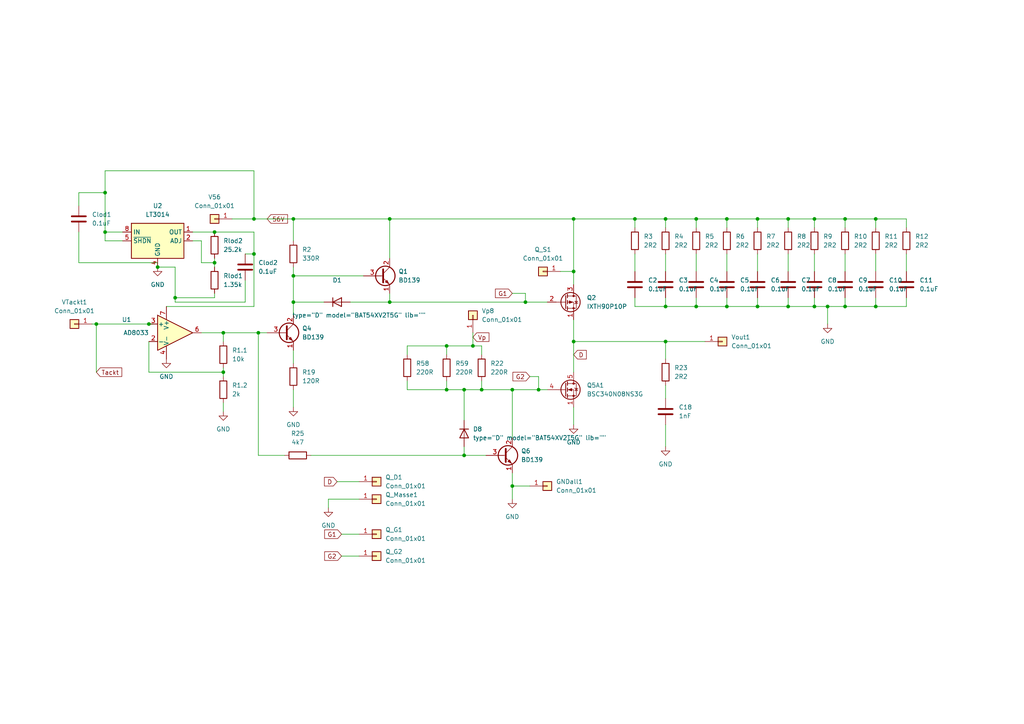
<source format=kicad_sch>
(kicad_sch (version 20230121) (generator eeschema)
  (paper "A4")
  (lib_symbols
    (symbol "Amplifier_Operational:AD8001AR" (pin_names (offset 0.127))
      (property "Reference" "U" (at 0 6.35 0))
      (property "Value" "AD8001AR" (at 0 3.81 0))
      (symbol "AD8001AR_0_1"
        (polyline (pts (xy -5.08 5.08) (xy 5.08 0) (xy -5.08 -5.08) (xy -5.08 5.08)) (stroke (width 0.254)) (fill (type background)))
      )
      (symbol "AD8001AR_1_1"
        (pin no_connect line (at -2.54 2.54 270) (length 2.54) hide (name "NC") (number "1"))
        (pin input line (at -7.62 -2.54 0) (length 2.54) (name "-") (number "2"))
        (pin input line (at -7.62 2.54 0) (length 2.54) (name "+") (number "3"))
        (pin power_in line (at -2.54 -7.62 90) (length 3.81) (name "V-") (number "4"))
        (pin no_connect line (at 0 2.54 270) (length 2.54) hide (name "NC") (number "5"))
        (pin output line (at 7.62 0 180) (length 2.54) (name "~") (number "6"))
        (pin power_in line (at -2.54 7.62 270) (length 3.81) (name "V+") (number "7"))
        (pin no_connect line (at 0 -2.54 90) (length 2.54) hide (name "NC") (number "8"))
      )
    )
    (symbol "Connector_Generic:Conn_01x01" (pin_names (offset 1.016) hide)
      (property "Reference" "J" (at 0 2.54 0))
      (property "Value" "Conn_01x01" (at 0 -2.54 0))
      (symbol "Conn_01x01_1_1"
        (rectangle (start -1.27 0.127) (end 0 -0.127) (stroke (width 0.1524)))
        (rectangle (start -1.27 1.27) (end 1.27 -1.27) (stroke (width 0.254)) (fill (type background)))
        (pin passive line (at -5.08 0 0) (length 3.81) (name "Pin_1") (number "1"))
      )
    )
    (symbol "Device:C" (pin_numbers hide) (pin_names (offset 0.254))
      (property "Reference" "C" (at 0.635 2.54 0))
      (property "Value" "C" (at 0.635 -2.54 0))
      (symbol "C_0_1"
        (polyline (pts (xy -2.032 -0.762) (xy 2.032 -0.762)) (stroke (width 0.508)))
        (polyline (pts (xy -2.032 0.762) (xy 2.032 0.762)) (stroke (width 0.508)))
      )
      (symbol "C_1_1"
        (pin passive line (at 0 3.81 270) (length 2.794) (name "~") (number "1"))
        (pin passive line (at 0 -3.81 90) (length 2.794) (name "~") (number "2"))
      )
    )
    (symbol "Device:Q_PMOS_SGD" (pin_names (offset 0) hide)
      (property "Reference" "Q" (at 5.08 1.27 0))
      (property "Value" "Q_PMOS_SGD" (at 5.08 -1.27 0))
      (symbol "Q_PMOS_SGD_0_1"
        (polyline (pts (xy 0.254 0) (xy -2.54 0)))
        (polyline (pts (xy 0.254 1.905) (xy 0.254 -1.905)) (stroke (width 0.254)))
        (polyline (pts (xy 0.762 -1.27) (xy 0.762 -2.286)) (stroke (width 0.254)))
        (polyline (pts (xy 0.762 0.508) (xy 0.762 -0.508)) (stroke (width 0.254)))
        (polyline (pts (xy 0.762 2.286) (xy 0.762 1.27)) (stroke (width 0.254)))
        (polyline (pts (xy 2.54 2.54) (xy 2.54 1.778)))
        (polyline (pts (xy 2.54 -2.54) (xy 2.54 0) (xy 0.762 0)))
        (polyline (pts (xy 0.762 1.778) (xy 3.302 1.778) (xy 3.302 -1.778) (xy 0.762 -1.778)))
        (polyline (pts (xy 2.286 0) (xy 1.27 0.381) (xy 1.27 -0.381) (xy 2.286 0)) (fill (type outline)))
        (polyline (pts (xy 2.794 -0.508) (xy 2.921 -0.381) (xy 3.683 -0.381) (xy 3.81 -0.254)))
        (polyline (pts (xy 3.302 -0.381) (xy 2.921 0.254) (xy 3.683 0.254) (xy 3.302 -0.381)))
        (circle (center 1.651 0) (radius 2.794) (stroke (width 0.254)))
        (circle (center 2.54 -1.778) (radius 0.254) (fill (type outline)))
        (circle (center 2.54 1.778) (radius 0.254) (fill (type outline)))
      )
      (symbol "Q_PMOS_SGD_1_1"
        (pin passive line (at 2.54 -5.08 90) (length 2.54) (name "S") (number "1"))
        (pin input line (at -5.08 0 0) (length 2.54) (name "G") (number "2"))
        (pin passive line (at 2.54 5.08 270) (length 2.54) (name "D") (number "3"))
      )
    )
    (symbol "Device:R" (pin_numbers hide) (pin_names (offset 0))
      (property "Reference" "R" (at 2.032 0 90))
      (property "Value" "R" (at 0 0 90))
      (symbol "R_0_1"
        (rectangle (start -1.016 -2.54) (end 1.016 2.54) (stroke (width 0.254)))
      )
      (symbol "R_1_1"
        (pin passive line (at 0 3.81 270) (length 1.27) (name "~") (number "1"))
        (pin passive line (at 0 -3.81 90) (length 1.27) (name "~") (number "2"))
      )
    )
    (symbol "Regulator_Linear:LT3010"
      (property "Reference" "U" (at -6.35 6.35 0))
      (property "Value" "LT3010" (at 0 6.35 0))
      (symbol "LT3010_0_1"
        (rectangle (start -7.62 5.08) (end 7.62 -5.08) (stroke (width 0.254)) (fill (type background)))
      )
      (symbol "LT3010_1_1"
        (pin power_out line (at 10.16 2.54 180) (length 2.54) (name "OUT") (number "1"))
        (pin input line (at 10.16 0 180) (length 2.54) (name "ADJ") (number "2"))
        (pin no_connect line (at -7.62 -2.54 0) (length 2.54) hide (name "NC") (number "3"))
        (pin power_in line (at 0 -7.62 90) (length 2.54) (name "GND") (number "4"))
        (pin input line (at -10.16 0 0) (length 2.54) (name "~{SHDN}") (number "5"))
        (pin no_connect line (at 7.62 -2.54 180) (length 2.54) hide (name "NC") (number "6"))
        (pin no_connect line (at 2.54 -5.08 90) (length 2.54) hide (name "NC") (number "7"))
        (pin power_in line (at -10.16 2.54 0) (length 2.54) (name "IN") (number "8"))
        (pin passive line (at 0 -7.62 90) (length 2.54) hide (name "GND") (number "9"))
      )
    )
    (symbol "Simulation_SPICE:DIODE" (pin_numbers hide) (pin_names (offset 1.016) hide)
      (property "Reference" "D" (at 0 2.54 0))
      (property "Value" "DIODE" (at 0 -2.54 0))
      (symbol "DIODE_0_1"
        (polyline (pts (xy 1.27 0) (xy -1.27 0)))
        (polyline (pts (xy 1.27 1.27) (xy 1.27 -1.27)) (stroke (width 0.254)))
        (polyline (pts (xy -1.27 -1.27) (xy -1.27 1.27) (xy 1.27 0) (xy -1.27 -1.27)) (stroke (width 0.254)))
      )
      (symbol "DIODE_1_1"
        (pin passive line (at -3.81 0 0) (length 2.54) (name "A") (number "1"))
        (pin passive line (at 3.81 0 180) (length 2.54) (name "K") (number "2"))
      )
    )
    (symbol "Transistor_BJT:BD139" (pin_names (offset 0) hide)
      (property "Reference" "Q" (at 5.08 1.905 0))
      (property "Value" "BD139" (at 5.08 0 0))
      (symbol "BD139_0_1"
        (polyline (pts (xy 0 0) (xy 0.635 0)))
        (polyline (pts (xy 2.54 -2.54) (xy 0.635 -0.635)))
        (polyline (pts (xy 2.54 2.54) (xy 0.635 0.635)))
        (polyline (pts (xy 0.635 1.905) (xy 0.635 -1.905) (xy 0.635 -1.905)) (stroke (width 0.508)) (fill (type outline)))
        (polyline (pts (xy 1.2446 -1.778) (xy 1.7526 -1.27) (xy 2.286 -2.286) (xy 1.2446 -1.778) (xy 1.2446 -1.778)) (fill (type outline)))
        (circle (center 1.27 0) (radius 2.8194) (stroke (width 0.3048)))
      )
      (symbol "BD139_1_1"
        (pin passive line (at 2.54 -5.08 90) (length 2.54) (name "E") (number "1"))
        (pin passive line (at 2.54 5.08 270) (length 2.54) (name "C") (number "2"))
        (pin input line (at -5.08 0 0) (length 5.08) (name "B") (number "3"))
      )
    )
    (symbol "Transistor_FET:BSC340N08NS3G" (pin_names hide)
      (property "Reference" "Q" (at 5.08 1.905 0))
      (property "Value" "BSC340N08NS3G" (at 5.08 0 0))
      (symbol "BSC340N08NS3G_0_1"
        (polyline (pts (xy 0.254 0) (xy -2.54 0)))
        (polyline (pts (xy 0.254 1.905) (xy 0.254 -1.905)) (stroke (width 0.254)))
        (polyline (pts (xy 0.762 -1.27) (xy 0.762 -2.286)) (stroke (width 0.254)))
        (polyline (pts (xy 0.762 0.508) (xy 0.762 -0.508)) (stroke (width 0.254)))
        (polyline (pts (xy 0.762 2.286) (xy 0.762 1.27)) (stroke (width 0.254)))
        (polyline (pts (xy 2.54 2.54) (xy 2.54 1.778)))
        (polyline (pts (xy 2.54 -2.54) (xy 2.54 0) (xy 0.762 0)))
        (polyline (pts (xy 0.762 -1.778) (xy 3.302 -1.778) (xy 3.302 1.778) (xy 0.762 1.778)))
        (polyline (pts (xy 1.016 0) (xy 2.032 0.381) (xy 2.032 -0.381) (xy 1.016 0)) (fill (type outline)))
        (polyline (pts (xy 2.794 0.508) (xy 2.921 0.381) (xy 3.683 0.381) (xy 3.81 0.254)))
        (polyline (pts (xy 3.302 0.381) (xy 2.921 -0.254) (xy 3.683 -0.254) (xy 3.302 0.381)))
        (circle (center 1.651 0) (radius 2.794) (stroke (width 0.254)))
        (circle (center 2.54 -1.778) (radius 0.254) (fill (type outline)))
        (circle (center 2.54 1.778) (radius 0.254) (fill (type outline)))
      )
      (symbol "BSC340N08NS3G_1_1"
        (pin passive line (at 2.54 -5.08 90) (length 2.54) (name "S") (number "1"))
        (pin passive line (at 2.54 -5.08 90) (length 2.54) hide (name "S") (number "2"))
        (pin passive line (at 2.54 -5.08 90) (length 2.54) hide (name "S") (number "3"))
        (pin passive line (at -5.08 0 0) (length 2.54) (name "G") (number "4"))
        (pin passive line (at 2.54 5.08 270) (length 2.54) (name "D") (number "5"))
      )
    )
    (symbol "power:GND" (power) (pin_names (offset 0))
      (property "Value" "GND" (at 0 -3.81 0))
      (symbol "GND_0_1"
        (polyline (pts (xy 0 0) (xy 0 -1.27) (xy 1.27 -1.27) (xy 0 -2.54) (xy -1.27 -1.27) (xy 0 -1.27)))
      )
      (symbol "GND_1_1"
        (pin power_in line (at 0 0 270) (length 0) hide (name "GND") (number "1"))
      )
    )
  )
  (junction (at 254 88.9))
  (junction (at 219.71 88.9))
  (junction (at 156.21 113.03))
  (junction (at 166.37 63.5))
  (junction (at 148.59 140.97))
  (junction (at 85.09 87.63))
  (junction (at 166.37 78.74))
  (junction (at 64.77 96.52))
  (junction (at 236.22 63.5))
  (junction (at 193.04 88.9))
  (junction (at 134.62 132.08))
  (junction (at 113.03 87.63))
  (junction (at 62.23 76.2))
  (junction (at 228.6 88.9))
  (junction (at 236.22 88.9))
  (junction (at 62.23 67.31))
  (junction (at 27.94 93.98))
  (junction (at 245.11 63.5))
  (junction (at 219.71 63.5))
  (junction (at 73.66 73.66))
  (junction (at 85.09 80.01))
  (junction (at 45.72 77.47))
  (junction (at 201.93 63.5))
  (junction (at 139.7 113.03))
  (junction (at 73.66 63.5))
  (junction (at 30.48 55.88))
  (junction (at 166.37 99.06))
  (junction (at 184.15 63.5))
  (junction (at 193.04 63.5))
  (junction (at 210.82 88.9))
  (junction (at 113.03 63.5))
  (junction (at 148.59 113.03))
  (junction (at 50.8 86.36))
  (junction (at 85.09 63.5))
  (junction (at 245.11 88.9))
  (junction (at 193.04 99.06))
  (junction (at 137.16 100.33))
  (junction (at 254 63.5))
  (junction (at 74.93 96.52))
  (junction (at 201.93 88.9))
  (junction (at 64.77 107.95))
  (junction (at 240.03 88.9))
  (junction (at 129.54 113.03))
  (junction (at 30.48 67.31))
  (junction (at 210.82 63.5))
  (junction (at 152.4 87.63))
  (junction (at 134.62 113.03))
  (junction (at 129.54 100.33))
  (junction (at 43.18 93.98))
  (junction (at 228.6 63.5))
  (wire (pts (xy 71.12 87.63) (xy 50.8 87.63)))
  (wire (pts (xy 148.59 85.09) (xy 152.4 85.09)))
  (wire (pts (xy 85.09 77.47) (xy 85.09 80.01)))
  (wire (pts (xy 22.86 76.2) (xy 45.72 76.2)))
  (wire (pts (xy 62.23 85.09) (xy 62.23 86.36)))
  (wire (pts (xy 85.09 63.5) (xy 85.09 69.85)))
  (wire (pts (xy 201.93 63.5) (xy 193.04 63.5)))
  (wire (pts (xy 134.62 129.54) (xy 134.62 132.08)))
  (wire (pts (xy 113.03 87.63) (xy 152.4 87.63)))
  (wire (pts (xy 113.03 63.5) (xy 113.03 74.93)))
  (wire (pts (xy 22.86 55.88) (xy 30.48 55.88)))
  (wire (pts (xy 228.6 73.66) (xy 228.6 78.74)))
  (wire (pts (xy 156.21 109.22) (xy 156.21 113.03)))
  (wire (pts (xy 71.12 73.66) (xy 73.66 73.66)))
  (wire (pts (xy 236.22 86.36) (xy 236.22 88.9)))
  (wire (pts (xy 262.89 63.5) (xy 254 63.5)))
  (wire (pts (xy 184.15 88.9) (xy 193.04 88.9)))
  (wire (pts (xy 134.62 132.08) (xy 140.97 132.08)))
  (wire (pts (xy 240.03 88.9) (xy 245.11 88.9)))
  (wire (pts (xy 228.6 88.9) (xy 236.22 88.9)))
  (wire (pts (xy 73.66 67.31) (xy 73.66 73.66)))
  (wire (pts (xy 184.15 73.66) (xy 184.15 78.74)))
  (wire (pts (xy 156.21 113.03) (xy 158.75 113.03)))
  (wire (pts (xy 236.22 88.9) (xy 240.03 88.9)))
  (wire (pts (xy 30.48 67.31) (xy 30.48 55.88)))
  (wire (pts (xy 166.37 63.5) (xy 113.03 63.5)))
  (wire (pts (xy 43.18 107.95) (xy 64.77 107.95)))
  (wire (pts (xy 193.04 88.9) (xy 201.93 88.9)))
  (wire (pts (xy 45.72 76.2) (xy 45.72 77.47)))
  (wire (pts (xy 193.04 123.19) (xy 193.04 129.54)))
  (wire (pts (xy 254 88.9) (xy 262.89 88.9)))
  (wire (pts (xy 193.04 104.14) (xy 193.04 99.06)))
  (wire (pts (xy 85.09 87.63) (xy 93.98 87.63)))
  (wire (pts (xy 99.06 154.94) (xy 104.14 154.94)))
  (wire (pts (xy 139.7 100.33) (xy 139.7 102.87)))
  (wire (pts (xy 62.23 67.31) (xy 73.66 67.31)))
  (wire (pts (xy 245.11 86.36) (xy 245.11 88.9)))
  (wire (pts (xy 62.23 76.2) (xy 62.23 77.47)))
  (wire (pts (xy 85.09 63.5) (xy 113.03 63.5)))
  (wire (pts (xy 254 63.5) (xy 254 66.04)))
  (wire (pts (xy 97.79 139.7) (xy 104.14 139.7)))
  (wire (pts (xy 22.86 67.31) (xy 22.86 76.2)))
  (wire (pts (xy 74.93 96.52) (xy 77.47 96.52)))
  (wire (pts (xy 82.55 132.08) (xy 74.93 132.08)))
  (wire (pts (xy 219.71 86.36) (xy 219.71 88.9)))
  (wire (pts (xy 95.25 144.78) (xy 104.14 144.78)))
  (wire (pts (xy 236.22 73.66) (xy 236.22 78.74)))
  (wire (pts (xy 43.18 99.06) (xy 43.18 107.95)))
  (wire (pts (xy 166.37 63.5) (xy 184.15 63.5)))
  (wire (pts (xy 245.11 63.5) (xy 236.22 63.5)))
  (wire (pts (xy 148.59 113.03) (xy 148.59 127)))
  (wire (pts (xy 148.59 137.16) (xy 148.59 140.97)))
  (wire (pts (xy 148.59 140.97) (xy 153.67 140.97)))
  (wire (pts (xy 55.88 69.85) (xy 58.42 69.85)))
  (wire (pts (xy 210.82 63.5) (xy 210.82 66.04)))
  (wire (pts (xy 210.82 88.9) (xy 219.71 88.9)))
  (wire (pts (xy 134.62 113.03) (xy 129.54 113.03)))
  (wire (pts (xy 148.59 140.97) (xy 148.59 144.78)))
  (wire (pts (xy 193.04 63.5) (xy 184.15 63.5)))
  (wire (pts (xy 129.54 110.49) (xy 129.54 113.03)))
  (wire (pts (xy 73.66 73.66) (xy 73.66 88.9)))
  (wire (pts (xy 219.71 88.9) (xy 228.6 88.9)))
  (wire (pts (xy 139.7 113.03) (xy 134.62 113.03)))
  (wire (pts (xy 193.04 73.66) (xy 193.04 78.74)))
  (wire (pts (xy 166.37 99.06) (xy 166.37 107.95)))
  (wire (pts (xy 228.6 86.36) (xy 228.6 88.9)))
  (wire (pts (xy 148.59 113.03) (xy 156.21 113.03)))
  (wire (pts (xy 193.04 63.5) (xy 193.04 66.04)))
  (wire (pts (xy 58.42 69.85) (xy 58.42 76.2)))
  (wire (pts (xy 152.4 85.09) (xy 152.4 87.63)))
  (wire (pts (xy 201.93 86.36) (xy 201.93 88.9)))
  (wire (pts (xy 55.88 67.31) (xy 62.23 67.31)))
  (wire (pts (xy 129.54 100.33) (xy 137.16 100.33)))
  (wire (pts (xy 166.37 63.5) (xy 166.37 78.74)))
  (wire (pts (xy 254 73.66) (xy 254 78.74)))
  (wire (pts (xy 210.82 63.5) (xy 201.93 63.5)))
  (wire (pts (xy 48.26 88.9) (xy 73.66 88.9)))
  (wire (pts (xy 85.09 87.63) (xy 85.09 91.44)))
  (wire (pts (xy 134.62 113.03) (xy 134.62 121.92)))
  (wire (pts (xy 64.77 106.68) (xy 64.77 107.95)))
  (wire (pts (xy 22.86 55.88) (xy 22.86 59.69)))
  (wire (pts (xy 58.42 76.2) (xy 62.23 76.2)))
  (wire (pts (xy 201.93 88.9) (xy 210.82 88.9)))
  (wire (pts (xy 245.11 88.9) (xy 254 88.9)))
  (wire (pts (xy 27.94 93.98) (xy 43.18 93.98)))
  (wire (pts (xy 113.03 85.09) (xy 113.03 87.63)))
  (wire (pts (xy 73.66 63.5) (xy 85.09 63.5)))
  (wire (pts (xy 245.11 63.5) (xy 245.11 66.04)))
  (wire (pts (xy 139.7 110.49) (xy 139.7 113.03)))
  (wire (pts (xy 262.89 88.9) (xy 262.89 86.36)))
  (wire (pts (xy 262.89 73.66) (xy 262.89 78.74)))
  (wire (pts (xy 27.94 93.98) (xy 27.94 107.95)))
  (wire (pts (xy 193.04 86.36) (xy 193.04 88.9)))
  (wire (pts (xy 137.16 100.33) (xy 139.7 100.33)))
  (wire (pts (xy 64.77 96.52) (xy 64.77 99.06)))
  (wire (pts (xy 26.67 93.98) (xy 27.94 93.98)))
  (wire (pts (xy 118.11 102.87) (xy 118.11 100.33)))
  (wire (pts (xy 85.09 101.6) (xy 85.09 105.41)))
  (wire (pts (xy 254 86.36) (xy 254 88.9)))
  (wire (pts (xy 90.17 132.08) (xy 134.62 132.08)))
  (wire (pts (xy 99.06 161.29) (xy 104.14 161.29)))
  (wire (pts (xy 50.8 86.36) (xy 50.8 77.47)))
  (wire (pts (xy 193.04 99.06) (xy 204.47 99.06)))
  (wire (pts (xy 58.42 96.52) (xy 64.77 96.52)))
  (wire (pts (xy 228.6 63.5) (xy 228.6 66.04)))
  (wire (pts (xy 129.54 113.03) (xy 118.11 113.03)))
  (wire (pts (xy 139.7 113.03) (xy 148.59 113.03)))
  (wire (pts (xy 85.09 113.03) (xy 85.09 118.11)))
  (wire (pts (xy 71.12 81.28) (xy 71.12 87.63)))
  (wire (pts (xy 85.09 80.01) (xy 85.09 87.63)))
  (wire (pts (xy 62.23 74.93) (xy 62.23 76.2)))
  (wire (pts (xy 166.37 92.71) (xy 166.37 99.06)))
  (wire (pts (xy 166.37 118.11) (xy 166.37 123.19)))
  (wire (pts (xy 35.56 67.31) (xy 30.48 67.31)))
  (wire (pts (xy 118.11 110.49) (xy 118.11 113.03)))
  (wire (pts (xy 137.16 96.52) (xy 137.16 100.33)))
  (wire (pts (xy 35.56 69.85) (xy 30.48 69.85)))
  (wire (pts (xy 210.82 86.36) (xy 210.82 88.9)))
  (wire (pts (xy 152.4 87.63) (xy 158.75 87.63)))
  (wire (pts (xy 30.48 49.53) (xy 73.66 49.53)))
  (wire (pts (xy 64.77 96.52) (xy 74.93 96.52)))
  (wire (pts (xy 95.25 147.32) (xy 95.25 144.78)))
  (wire (pts (xy 64.77 116.84) (xy 64.77 119.38)))
  (wire (pts (xy 50.8 77.47) (xy 45.72 77.47)))
  (wire (pts (xy 74.93 96.52) (xy 74.93 132.08)))
  (wire (pts (xy 166.37 99.06) (xy 193.04 99.06)))
  (wire (pts (xy 50.8 87.63) (xy 50.8 86.36)))
  (wire (pts (xy 184.15 86.36) (xy 184.15 88.9)))
  (wire (pts (xy 73.66 49.53) (xy 73.66 63.5)))
  (wire (pts (xy 254 63.5) (xy 245.11 63.5)))
  (wire (pts (xy 201.93 73.66) (xy 201.93 78.74)))
  (wire (pts (xy 101.6 87.63) (xy 113.03 87.63)))
  (wire (pts (xy 162.56 78.74) (xy 166.37 78.74)))
  (wire (pts (xy 64.77 107.95) (xy 64.77 109.22)))
  (wire (pts (xy 30.48 55.88) (xy 30.48 49.53)))
  (wire (pts (xy 129.54 100.33) (xy 129.54 102.87)))
  (wire (pts (xy 245.11 73.66) (xy 245.11 78.74)))
  (wire (pts (xy 262.89 66.04) (xy 262.89 63.5)))
  (wire (pts (xy 85.09 80.01) (xy 105.41 80.01)))
  (wire (pts (xy 236.22 63.5) (xy 228.6 63.5)))
  (wire (pts (xy 44.45 93.98) (xy 43.18 93.98)))
  (wire (pts (xy 166.37 78.74) (xy 166.37 82.55)))
  (wire (pts (xy 236.22 63.5) (xy 236.22 66.04)))
  (wire (pts (xy 30.48 69.85) (xy 30.48 67.31)))
  (wire (pts (xy 184.15 63.5) (xy 184.15 66.04)))
  (wire (pts (xy 219.71 63.5) (xy 219.71 66.04)))
  (wire (pts (xy 193.04 111.76) (xy 193.04 115.57)))
  (wire (pts (xy 201.93 63.5) (xy 201.93 66.04)))
  (wire (pts (xy 210.82 73.66) (xy 210.82 78.74)))
  (wire (pts (xy 219.71 73.66) (xy 219.71 78.74)))
  (wire (pts (xy 118.11 100.33) (xy 129.54 100.33)))
  (wire (pts (xy 240.03 88.9) (xy 240.03 93.98)))
  (wire (pts (xy 62.23 86.36) (xy 50.8 86.36)))
  (wire (pts (xy 67.31 63.5) (xy 73.66 63.5)))
  (wire (pts (xy 153.67 109.22) (xy 156.21 109.22)))
  (wire (pts (xy 219.71 63.5) (xy 210.82 63.5)))
  (wire (pts (xy 228.6 63.5) (xy 219.71 63.5)))
  (global_label "G1" (shape input) (at 148.59 85.09 180) (property "Intersheetrefs" "${INTERSHEET_REFS}" (effects hide)))
  (global_label "Vp" (shape input) (at 137.16 97.79 0) (property "Intersheetrefs" "${INTERSHEET_REFS}" (effects hide)))
  (global_label "G1" (shape input) (at 99.06 154.94 180) (property "Intersheetrefs" "${INTERSHEET_REFS}" (effects hide)))
  (global_label "56V" (shape input) (at 77.47 63.5 0) (property "Intersheetrefs" "${INTERSHEET_REFS}" (effects hide)))
  (global_label "G2" (shape input) (at 99.06 161.29 180) (property "Intersheetrefs" "${INTERSHEET_REFS}" (effects hide)))
  (global_label "D" (shape input) (at 166.37 102.87 0) (property "Intersheetrefs" "${INTERSHEET_REFS}" (effects hide)))
  (global_label "G2" (shape input) (at 153.67 109.22 180) (property "Intersheetrefs" "${INTERSHEET_REFS}" (effects hide)))
  (global_label "Tackt" (shape input) (at 27.94 107.95 0) (property "Intersheetrefs" "${INTERSHEET_REFS}" (effects hide)))
  (global_label "D" (shape input) (at 97.79 139.7 180) (property "Intersheetrefs" "${INTERSHEET_REFS}" (effects hide)))
  (symbol (lib_id "Transistor_BJT:BD139") (at 82.55 96.52 0) (unit 1)
    (property "Reference" "Q4" (at 87.63 95.2499 0) (effects (justify left)))
    (property "Value" "BD139" (at 87.63 97.7899 0) (effects (justify left)))
    (property "Footprint" "Package_TO_SOT_THT:TO-126-3_Vertical" (effects hide))
    (property "Datasheet" "http://www.st.com/internet/com/TECHNICAL_RESOURCES/TECHNICAL_LITERATURE/DATASHEET/CD00001225.pdf" (effects hide))
  )
  (symbol (lib_id "Connector_Generic:Conn_01x01") (at 157.48 78.74 180) (unit 1)
    (property "Reference" "Q_S1" (at 157.48 72.39 0))
    (property "Value" "Conn_01x01" (at 157.48 74.93 0))
    (property "Footprint" "Connector_PinHeader_2.54mm:PinHeader_1x01_P2.54mm_Vertical" (effects hide))
  )
  (symbol (lib_id "Connector_Generic:Conn_01x01") (at 21.59 93.98 180) (unit 1)
    (property "Reference" "VTackt1" (at 21.59 87.63 0))
    (property "Value" "Conn_01x01" (at 21.59 90.17 0))
    (property "Footprint" "Connector:Banana_Jack_1Pin" (effects hide))
  )
  (symbol (lib_id "power:GND") (at 48.26 104.14 0) (unit 1)
    (property "Reference" "#PWR01" (effects hide))
    (property "Value" "GND" (at 48.26 109.22 0))
  )
  (symbol (lib_id "Device:C") (at 254 82.55 0) (unit 1)
    (property "Reference" "C10" (at 257.81 81.2799 0) (effects (justify left)))
    (property "Value" "0.1uF" (at 257.81 83.8199 0) (effects (justify left)))
    (property "Footprint" "Capacitor_SMD:C_0805_2012Metric" (effects hide))
  )
  (symbol (lib_id "Connector_Generic:Conn_01x01") (at 109.22 139.7 0) (unit 1)
    (property "Reference" "Q_D1" (at 111.76 138.4299 0) (effects (justify left)))
    (property "Value" "Conn_01x01" (at 111.76 140.9699 0) (effects (justify left)))
    (property "Footprint" "Connector_PinHeader_2.54mm:PinHeader_1x01_P2.54mm_Vertical" (effects hide))
  )
  (symbol (lib_id "Device:C") (at 228.6 82.55 0) (unit 1)
    (property "Reference" "C7" (at 232.41 81.2799 0) (effects (justify left)))
    (property "Value" "0.1uF" (at 232.41 83.8199 0) (effects (justify left)))
    (property "Footprint" "Capacitor_SMD:C_0805_2012Metric" (effects hide))
  )
  (symbol (lib_id "Connector_Generic:Conn_01x01") (at 137.16 91.44 90) (unit 1)
    (property "Reference" "Vp8" (at 139.7 90.1699 90) (effects (justify right)))
    (property "Value" "Conn_01x01" (at 139.7 92.7099 90) (effects (justify right)))
    (property "Footprint" "Connector:Banana_Jack_1Pin" (effects hide))
  )
  (symbol (lib_id "power:GND") (at 166.37 123.19 0) (unit 1)
    (property "Reference" "#PWR0102" (effects hide))
    (property "Value" "GND" (at 166.37 128.27 0))
  )
  (symbol (lib_id "Connector_Generic:Conn_01x01") (at 109.22 144.78 0) (unit 1)
    (property "Reference" "Q_Masse1" (at 111.76 143.5099 0) (effects (justify left)))
    (property "Value" "Conn_01x01" (at 111.76 146.0499 0) (effects (justify left)))
    (property "Footprint" "Connector_PinHeader_2.54mm:PinHeader_1x01_P2.54mm_Vertical" (effects hide))
  )
  (symbol (lib_id "power:GND") (at 45.72 77.47 0) (unit 1)
    (property "Reference" "#PWR03" (effects hide))
    (property "Value" "GND" (at 45.72 82.55 0))
  )
  (symbol (lib_id "power:GND") (at 64.77 119.38 0) (unit 1)
    (property "Reference" "#PWR02" (effects hide))
    (property "Value" "GND" (at 64.77 124.46 0))
  )
  (symbol (lib_id "Amplifier_Operational:AD8001AR") (at 50.8 96.52 0) (unit 1)
    (property "Reference" "U1" (at 38.1 92.71 0) (effects (justify right)))
    (property "Value" "AD8033" (at 43.18 96.52 0) (effects (justify right)))
    (property "Footprint" "Package_SO:SOIC-8_3.9x4.9mm_P1.27mm" (effects hide))
    (property "Datasheet" "https://www.analog.com/media/en/technical-documentation/data-sheets/ad8001.pdf" (effects hide))
  )
  (symbol (lib_id "Device:R") (at 64.77 113.03 0) (unit 1)
    (property "Reference" "R1.2" (at 67.31 111.76 0) (effects (justify left)))
    (property "Value" "2k" (at 67.31 114.3 0) (effects (justify left)))
    (property "Footprint" "Resistor_SMD:R_0805_2012Metric" (effects hide))
  )
  (symbol (lib_id "Device:R") (at 219.71 69.85 0) (unit 1)
    (property "Reference" "R7" (at 222.25 68.5799 0) (effects (justify left)))
    (property "Value" "2R2" (at 222.25 71.1199 0) (effects (justify left)))
    (property "Footprint" "Resistor_SMD:R_2512_6332Metric" (effects hide))
  )
  (symbol (lib_id "Device:R") (at 62.23 81.28 0) (unit 1)
    (property "Reference" "Rlod1" (at 64.77 80.01 0) (effects (justify left)))
    (property "Value" "1.35k" (at 64.77 82.55 0) (effects (justify left)))
    (property "Footprint" "Resistor_SMD:R_0805_2012Metric" (effects hide))
  )
  (symbol (lib_id "Connector_Generic:Conn_01x01") (at 209.55 99.06 0) (unit 1)
    (property "Reference" "Vout1" (at 212.09 97.7899 0) (effects (justify left)))
    (property "Value" "Conn_01x01" (at 212.09 100.3299 0) (effects (justify left)))
    (property "Footprint" "Connector:Banana_Jack_1Pin" (effects hide))
  )
  (symbol (lib_id "Device:R") (at 201.93 69.85 0) (unit 1)
    (property "Reference" "R5" (at 204.47 68.5799 0) (effects (justify left)))
    (property "Value" "2R2" (at 204.47 71.1199 0) (effects (justify left)))
    (property "Footprint" "Resistor_SMD:R_2512_6332Metric" (effects hide))
  )
  (symbol (lib_id "power:GND") (at 193.04 129.54 0) (unit 1)
    (property "Reference" "#PWR0104" (effects hide))
    (property "Value" "GND" (at 193.04 134.62 0))
  )
  (symbol (lib_id "Device:C") (at 201.93 82.55 0) (unit 1)
    (property "Reference" "C4" (at 205.74 81.2799 0) (effects (justify left)))
    (property "Value" "0.1uF" (at 205.74 83.8199 0) (effects (justify left)))
    (property "Footprint" "Capacitor_SMD:C_0805_2012Metric" (effects hide))
  )
  (symbol (lib_id "Transistor_BJT:BD139") (at 146.05 132.08 0) (unit 1)
    (property "Reference" "Q6" (at 151.13 130.8099 0) (effects (justify left)))
    (property "Value" "BD139" (at 151.13 133.3499 0) (effects (justify left)))
    (property "Footprint" "Package_TO_SOT_THT:TO-126-3_Vertical" (effects hide))
    (property "Datasheet" "http://www.st.com/internet/com/TECHNICAL_RESOURCES/TECHNICAL_LITERATURE/DATASHEET/CD00001225.pdf" (effects hide))
  )
  (symbol (lib_id "Device:R") (at 184.15 69.85 0) (unit 1)
    (property "Reference" "R3" (at 186.69 68.5799 0) (effects (justify left)))
    (property "Value" "2R2" (at 186.69 71.1199 0) (effects (justify left)))
    (property "Footprint" "Resistor_SMD:R_2512_6332Metric" (effects hide))
  )
  (symbol (lib_id "Device:R") (at 193.04 107.95 0) (unit 1)
    (property "Reference" "R23" (at 195.58 106.6799 0) (effects (justify left)))
    (property "Value" "2R2" (at 195.58 109.2199 0) (effects (justify left)))
    (property "Footprint" "Resistor_SMD:R_0805_2012Metric" (effects hide))
  )
  (symbol (lib_id "Connector_Generic:Conn_01x01") (at 109.22 154.94 0) (unit 1)
    (property "Reference" "Q_G1" (at 111.76 153.6699 0) (effects (justify left)))
    (property "Value" "Conn_01x01" (at 111.76 156.2099 0) (effects (justify left)))
    (property "Footprint" "Connector_PinHeader_2.54mm:PinHeader_1x01_P2.54mm_Vertical" (effects hide))
  )
  (symbol (lib_id "power:GND") (at 240.03 93.98 0) (unit 1)
    (property "Reference" "#PWR0106" (effects hide))
    (property "Value" "GND" (at 240.03 99.06 0))
  )
  (symbol (lib_id "Device:C") (at 193.04 82.55 0) (unit 1)
    (property "Reference" "C3" (at 196.85 81.2799 0) (effects (justify left)))
    (property "Value" "0.1uF" (at 196.85 83.8199 0) (effects (justify left)))
    (property "Footprint" "Capacitor_SMD:C_0805_2012Metric" (effects hide))
  )
  (symbol (lib_id "Connector_Generic:Conn_01x01") (at 62.23 63.5 180) (unit 1)
    (property "Reference" "V56" (at 62.23 57.15 0))
    (property "Value" "Conn_01x01" (at 62.23 59.69 0))
    (property "Footprint" "Connector:Banana_Jack_1Pin" (effects hide))
  )
  (symbol (lib_id "Device:R") (at 62.23 71.12 0) (unit 1)
    (property "Reference" "Rlod2" (at 64.77 69.85 0) (effects (justify left)))
    (property "Value" "25.2k" (at 64.77 72.39 0) (effects (justify left)))
    (property "Footprint" "Resistor_SMD:R_0805_2012Metric" (effects hide))
  )
  (symbol (lib_id "Device:Q_PMOS_SGD") (at 163.83 87.63 0) (unit 1)
    (property "Reference" "Q2" (at 170.18 86.3599 0) (effects (justify left)))
    (property "Value" "IXTH90P10P" (at 170.18 88.8999 0) (effects (justify left)))
    (property "Footprint" "Library:TO-247-3_MOSFET" (effects hide))
  )
  (symbol (lib_id "Device:R") (at 262.89 69.85 0) (unit 1)
    (property "Reference" "R12" (at 265.43 68.5799 0) (effects (justify left)))
    (property "Value" "2R2" (at 265.43 71.1199 0) (effects (justify left)))
    (property "Footprint" "Resistor_SMD:R_2512_6332Metric" (effects hide))
  )
  (symbol (lib_id "Device:C") (at 210.82 82.55 0) (unit 1)
    (property "Reference" "C5" (at 214.63 81.2799 0) (effects (justify left)))
    (property "Value" "0.1uF" (at 214.63 83.8199 0) (effects (justify left)))
    (property "Footprint" "Capacitor_SMD:C_0805_2012Metric" (effects hide))
  )
  (symbol (lib_id "Device:C") (at 219.71 82.55 0) (unit 1)
    (property "Reference" "C6" (at 223.52 81.2799 0) (effects (justify left)))
    (property "Value" "0.1uF" (at 223.52 83.8199 0) (effects (justify left)))
    (property "Footprint" "Capacitor_SMD:C_0805_2012Metric" (effects hide))
  )
  (symbol (lib_id "Device:C") (at 193.04 119.38 0) (unit 1)
    (property "Reference" "C18" (at 196.85 118.1099 0) (effects (justify left)))
    (property "Value" "1nF" (at 196.85 120.6499 0) (effects (justify left)))
    (property "Footprint" "Capacitor_SMD:C_0805_2012Metric" (effects hide))
  )
  (symbol (lib_id "Device:R") (at 129.54 106.68 0) (unit 1)
    (property "Reference" "R59" (at 132.08 105.4099 0) (effects (justify left)))
    (property "Value" "220R" (at 132.08 107.9499 0) (effects (justify left)))
    (property "Footprint" "Resistor_SMD:R_1210_3225Metric" (effects hide))
  )
  (symbol (lib_id "Device:R") (at 118.11 106.68 0) (unit 1)
    (property "Reference" "R58" (at 120.65 105.4099 0) (effects (justify left)))
    (property "Value" "220R" (at 120.65 107.9499 0) (effects (justify left)))
    (property "Footprint" "Resistor_SMD:R_1210_3225Metric" (effects hide))
  )
  (symbol (lib_id "Device:R") (at 86.36 132.08 90) (unit 1)
    (property "Reference" "R25" (at 86.36 125.73 90))
    (property "Value" "4k7" (at 86.36 128.27 90))
    (property "Footprint" "Resistor_SMD:R_0805_2012Metric" (effects hide))
  )
  (symbol (lib_id "Device:R") (at 210.82 69.85 0) (unit 1)
    (property "Reference" "R6" (at 213.36 68.5799 0) (effects (justify left)))
    (property "Value" "2R2" (at 213.36 71.1199 0) (effects (justify left)))
    (property "Footprint" "Resistor_SMD:R_2512_6332Metric" (effects hide))
  )
  (symbol (lib_id "Device:C") (at 236.22 82.55 0) (unit 1)
    (property "Reference" "C8" (at 240.03 81.2799 0) (effects (justify left)))
    (property "Value" "0.1uF" (at 240.03 83.8199 0) (effects (justify left)))
    (property "Footprint" "Capacitor_SMD:C_0805_2012Metric" (effects hide))
  )
  (symbol (lib_id "Device:R") (at 245.11 69.85 0) (unit 1)
    (property "Reference" "R10" (at 247.65 68.5799 0) (effects (justify left)))
    (property "Value" "2R2" (at 247.65 71.1199 0) (effects (justify left)))
    (property "Footprint" "Resistor_SMD:R_2512_6332Metric" (effects hide))
  )
  (symbol (lib_id "Device:C") (at 22.86 63.5 0) (unit 1)
    (property "Reference" "Clod1" (at 26.67 62.23 0) (effects (justify left)))
    (property "Value" "0.1uF" (at 26.67 64.77 0) (effects (justify left)))
    (property "Footprint" "Capacitor_SMD:C_0805_2012Metric" (effects hide))
  )
  (symbol (lib_id "Device:R") (at 139.7 106.68 0) (unit 1)
    (property "Reference" "R22" (at 142.24 105.4099 0) (effects (justify left)))
    (property "Value" "220R" (at 142.24 107.9499 0) (effects (justify left)))
    (property "Footprint" "Resistor_SMD:R_1210_3225Metric" (effects hide))
  )
  (symbol (lib_id "Device:C") (at 245.11 82.55 0) (unit 1)
    (property "Reference" "C9" (at 248.92 81.2799 0) (effects (justify left)))
    (property "Value" "0.1uF" (at 248.92 83.8199 0) (effects (justify left)))
    (property "Footprint" "Capacitor_SMD:C_0805_2012Metric" (effects hide))
  )
  (symbol (lib_id "Transistor_FET:BSC340N08NS3G") (at 163.83 113.03 0) (unit 1)
    (property "Reference" "Q5A1" (at 170.18 111.7599 0) (effects (justify left)))
    (property "Value" "BSC340N08NS3G" (at 170.18 114.2999 0) (effects (justify left)))
    (property "Footprint" "Package_TO_SOT_SMD:TDSON-8-1" (effects hide))
    (property "Datasheet" "http://www.infineon.com/dgdl/Infineon-BSC340N08NS3G-DS-v02_06-en.pdf?fileId=db3a30431add1d95011ae81c21f2563a" (effects hide))
  )
  (symbol (lib_id "Device:R") (at 64.77 102.87 0) (unit 1)
    (property "Reference" "R1.1" (at 67.31 101.6 0) (effects (justify left)))
    (property "Value" "10k" (at 67.31 104.14 0) (effects (justify left)))
    (property "Footprint" "Resistor_SMD:R_0805_2012Metric" (effects hide))
  )
  (symbol (lib_id "Regulator_Linear:LT3010") (at 45.72 69.85 0) (unit 1)
    (property "Reference" "U2" (at 45.72 59.69 0))
    (property "Value" "LT3014" (at 45.72 62.23 0))
    (property "Footprint" "Package_TO_SOT_SMD:SOT-23-5" (effects hide))
    (property "Datasheet" "https://www.analog.com/media/en/technical-documentation/data-sheets/30105fe.pdf" (effects hide))
  )
  (symbol (lib_id "Device:R") (at 236.22 69.85 0) (unit 1)
    (property "Reference" "R9" (at 238.76 68.5799 0) (effects (justify left)))
    (property "Value" "2R2" (at 238.76 71.1199 0) (effects (justify left)))
    (property "Footprint" "Resistor_SMD:R_2512_6332Metric" (effects hide))
  )
  (symbol (lib_id "Simulation_SPICE:DIODE") (at 134.62 125.73 90) (unit 1)
    (property "Reference" "D8" (at 137.16 124.4599 90) (effects (justify right)))
    (property "Value" "${SIM.PARAMS}" (at 137.16 126.9999 90) (effects (justify right)))
    (property "Footprint" "Library:D_SOD-523_new" (effects hide))
    (property "Sim.Device" "SPICE" (effects hide))
    (property "Sim.Params" "type=\"D\" model=\"BAT54XV2T5G\" lib=\"\"" (effects hide))
    (property "Sim.Pins" "1=1 2=2" (effects hide))
  )
  (symbol (lib_id "Device:R") (at 85.09 109.22 0) (unit 1)
    (property "Reference" "R19" (at 87.63 107.9499 0) (effects (justify left)))
    (property "Value" "120R" (at 87.63 110.4899 0) (effects (justify left)))
    (property "Footprint" "Resistor_SMD:R_1206_3216Metric" (effects hide))
  )
  (symbol (lib_id "Device:C") (at 184.15 82.55 0) (unit 1)
    (property "Reference" "C2" (at 187.96 81.2799 0) (effects (justify left)))
    (property "Value" "0.1uF" (at 187.96 83.8199 0) (effects (justify left)))
    (property "Footprint" "Capacitor_SMD:C_0805_2012Metric" (effects hide))
  )
  (symbol (lib_id "Device:R") (at 254 69.85 0) (unit 1)
    (property "Reference" "R11" (at 256.54 68.5799 0) (effects (justify left)))
    (property "Value" "2R2" (at 256.54 71.1199 0) (effects (justify left)))
    (property "Footprint" "Resistor_SMD:R_2512_6332Metric" (effects hide))
  )
  (symbol (lib_id "power:GND") (at 95.25 147.32 0) (unit 1)
    (property "Reference" "#PWR0105" (effects hide))
    (property "Value" "GND" (at 95.25 152.4 0))
  )
  (symbol (lib_id "power:GND") (at 148.59 144.78 0) (unit 1)
    (property "Reference" "#PWR0103" (effects hide))
    (property "Value" "GND" (at 148.59 149.86 0))
  )
  (symbol (lib_id "Device:C") (at 71.12 77.47 0) (unit 1)
    (property "Reference" "Clod2" (at 74.93 76.2 0) (effects (justify left)))
    (property "Value" "0.1uF" (at 74.93 78.74 0) (effects (justify left)))
    (property "Footprint" "Capacitor_SMD:C_0805_2012Metric" (effects hide))
  )
  (symbol (lib_id "Simulation_SPICE:DIODE") (at 97.79 87.63 180) (unit 1)
    (property "Reference" "D1" (at 97.79 81.28 0))
    (property "Value" "${SIM.PARAMS}" (at 104.14 91.44 0))
    (property "Footprint" "Library:D_SOD-523_new" (effects hide))
    (property "Sim.Device" "SPICE" (effects hide))
    (property "Sim.Params" "type=\"D\" model=\"BAT54XV2T5G\" lib=\"\"" (effects hide))
    (property "Sim.Pins" "1=1 2=2" (effects hide))
  )
  (symbol (lib_id "Device:R") (at 193.04 69.85 0) (unit 1)
    (property "Reference" "R4" (at 195.58 68.5799 0) (effects (justify left)))
    (property "Value" "2R2" (at 195.58 71.1199 0) (effects (justify left)))
    (property "Footprint" "Resistor_SMD:R_2512_6332Metric" (effects hide))
  )
  (symbol (lib_id "Device:R") (at 228.6 69.85 0) (unit 1)
    (property "Reference" "R8" (at 231.14 68.5799 0) (effects (justify left)))
    (property "Value" "2R2" (at 231.14 71.1199 0) (effects (justify left)))
    (property "Footprint" "Resistor_SMD:R_2512_6332Metric" (effects hide))
  )
  (symbol (lib_id "power:GND") (at 85.09 118.11 0) (unit 1)
    (property "Reference" "#PWR0101" (effects hide))
    (property "Value" "GND" (at 85.09 123.19 0))
  )
  (symbol (lib_id "Device:C") (at 262.89 82.55 0) (unit 1)
    (property "Reference" "C11" (at 266.7 81.2799 0) (effects (justify left)))
    (property "Value" "0.1uF" (at 266.7 83.8199 0) (effects (justify left)))
    (property "Footprint" "Capacitor_SMD:C_0805_2012Metric" (effects hide))
  )
  (symbol (lib_id "Transistor_BJT:BD139") (at 110.49 80.01 0) (unit 1)
    (property "Reference" "Q1" (at 115.57 78.7399 0) (effects (justify left)))
    (property "Value" "BD139" (at 115.57 81.2799 0) (effects (justify left)))
    (property "Footprint" "Package_TO_SOT_THT:TO-126-3_Vertical" (effects hide))
    (property "Datasheet" "http://www.st.com/internet/com/TECHNICAL_RESOURCES/TECHNICAL_LITERATURE/DATASHEET/CD00001225.pdf" (effects hide))
  )
  (symbol (lib_id "Connector_Generic:Conn_01x01") (at 109.22 161.29 0) (unit 1)
    (property "Reference" "Q_G2" (at 111.76 160.0199 0) (effects (justify left)))
    (property "Value" "Conn_01x01" (at 111.76 162.5599 0) (effects (justify left)))
    (property "Footprint" "Connector_PinHeader_2.54mm:PinHeader_1x01_P2.54mm_Vertical" (effects hide))
  )
  (symbol (lib_id "Connector_Generic:Conn_01x01") (at 158.75 140.97 0) (unit 1)
    (property "Reference" "GNDall1" (at 161.29 139.6999 0) (effects (justify left)))
    (property "Value" "Conn_01x01" (at 161.29 142.2399 0) (effects (justify left)))
    (property "Footprint" "Connector:Banana_Jack_1Pin" (effects hide))
  )
  (symbol (lib_id "Device:R") (at 85.09 73.66 0) (unit 1)
    (property "Reference" "R2" (at 87.63 72.3899 0) (effects (justify left)))
    (property "Value" "330R" (at 87.63 74.9299 0) (effects (justify left)))
    (property "Footprint" "Resistor_SMD:R_1210_3225Metric" (effects hide))
  )
)
</source>
